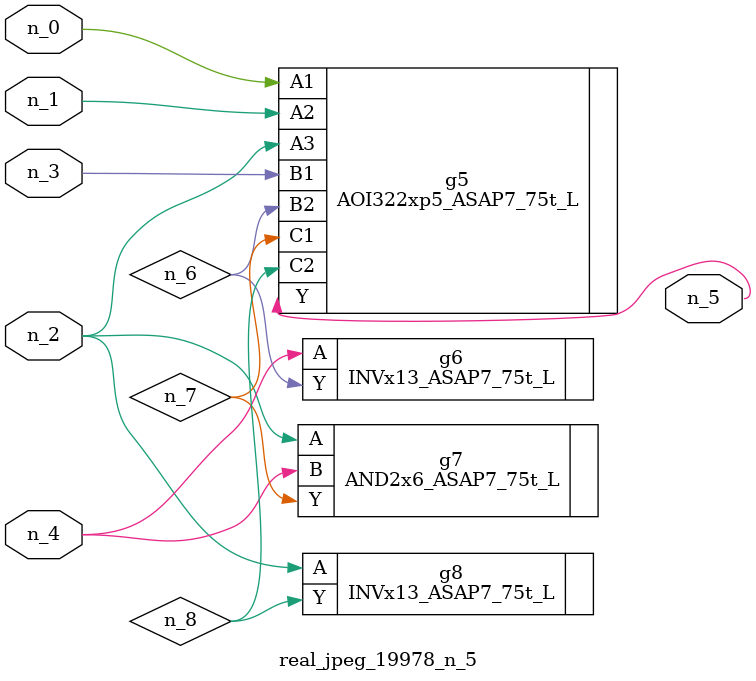
<source format=v>
module real_jpeg_19978_n_5 (n_4, n_0, n_1, n_2, n_3, n_5);

input n_4;
input n_0;
input n_1;
input n_2;
input n_3;

output n_5;

wire n_8;
wire n_6;
wire n_7;

AOI322xp5_ASAP7_75t_L g5 ( 
.A1(n_0),
.A2(n_1),
.A3(n_2),
.B1(n_3),
.B2(n_6),
.C1(n_7),
.C2(n_8),
.Y(n_5)
);

AND2x6_ASAP7_75t_L g7 ( 
.A(n_2),
.B(n_4),
.Y(n_7)
);

INVx13_ASAP7_75t_L g8 ( 
.A(n_2),
.Y(n_8)
);

INVx13_ASAP7_75t_L g6 ( 
.A(n_4),
.Y(n_6)
);


endmodule
</source>
